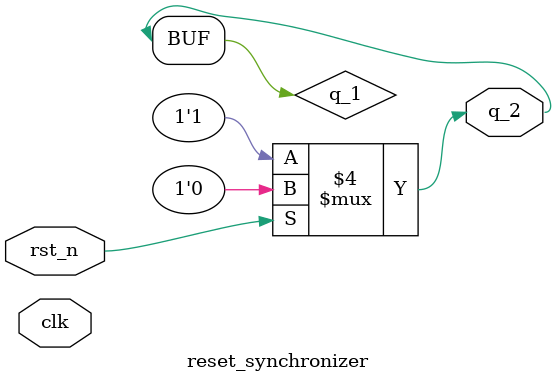
<source format=v>
module reset_synchronizer(input clk, input rst_n, output reg q_2);

/* For each clk pulse
*		if reset is not asserted on first flip flop
*				do not assert the signal to the second flipflop
*				else assert the signal to the seccond flip flop
*
*	For each clk pulse
*		if the input signal is asserted, assert q_2
*			else if input signal is not asserted, assert q_1
*
*	There will be a reset signal pulse generated between the 
*		Delays of the flip flops as the reset signal propogates
*		through the module
*/ 

	reg q_1;
	
	always@(*)
	begin
		if(rst_n)
			q_1 <= 1'b0; //1
		else
			q_1 <= 1'b1; // 0
	end
	
	always@(*)
	begin
		q_2 <= q_1;
	end
	
endmodule
</source>
